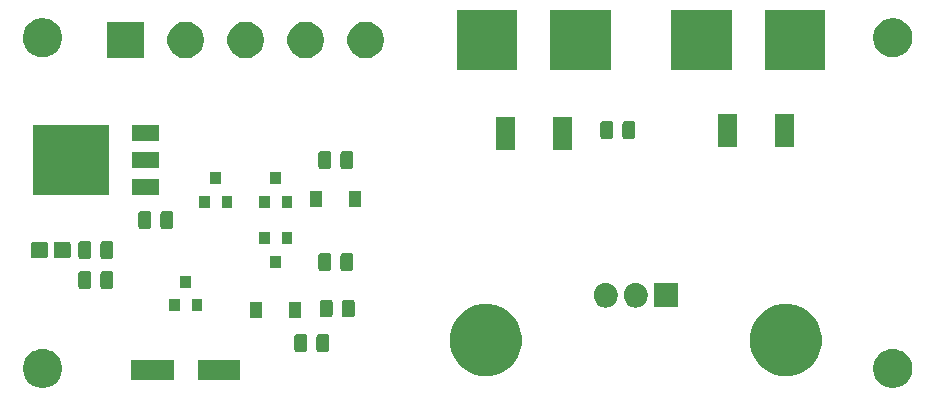
<source format=gbr>
G04 #@! TF.GenerationSoftware,KiCad,Pcbnew,(5.1.2)-2*
G04 #@! TF.CreationDate,2019-08-17T13:58:46+01:00*
G04 #@! TF.ProjectId,Sequencer,53657175-656e-4636-9572-2e6b69636164,rev?*
G04 #@! TF.SameCoordinates,Original*
G04 #@! TF.FileFunction,Soldermask,Top*
G04 #@! TF.FilePolarity,Negative*
%FSLAX46Y46*%
G04 Gerber Fmt 4.6, Leading zero omitted, Abs format (unit mm)*
G04 Created by KiCad (PCBNEW (5.1.2)-2) date 2019-08-17 13:58:46*
%MOMM*%
%LPD*%
G04 APERTURE LIST*
%ADD10C,0.100000*%
G04 APERTURE END LIST*
D10*
G36*
X164360073Y-102388278D02*
G01*
X164481579Y-102412447D01*
X164657551Y-102485337D01*
X164756056Y-102526139D01*
X164782042Y-102536903D01*
X165052451Y-102717585D01*
X165282415Y-102947549D01*
X165463097Y-103217958D01*
X165587553Y-103518421D01*
X165651000Y-103837391D01*
X165651000Y-104162609D01*
X165587553Y-104481579D01*
X165463097Y-104782042D01*
X165282415Y-105052451D01*
X165052451Y-105282415D01*
X164782042Y-105463097D01*
X164481579Y-105587553D01*
X164375256Y-105608702D01*
X164162611Y-105651000D01*
X163837389Y-105651000D01*
X163624744Y-105608702D01*
X163518421Y-105587553D01*
X163217958Y-105463097D01*
X162947549Y-105282415D01*
X162717585Y-105052451D01*
X162536903Y-104782042D01*
X162412447Y-104481579D01*
X162349000Y-104162609D01*
X162349000Y-103837391D01*
X162412447Y-103518421D01*
X162536903Y-103217958D01*
X162717585Y-102947549D01*
X162947549Y-102717585D01*
X163217958Y-102536903D01*
X163243945Y-102526139D01*
X163342449Y-102485337D01*
X163518421Y-102412447D01*
X163639927Y-102388278D01*
X163837389Y-102349000D01*
X164162611Y-102349000D01*
X164360073Y-102388278D01*
X164360073Y-102388278D01*
G37*
G36*
X92360073Y-102388278D02*
G01*
X92481579Y-102412447D01*
X92657551Y-102485337D01*
X92756056Y-102526139D01*
X92782042Y-102536903D01*
X93052451Y-102717585D01*
X93282415Y-102947549D01*
X93463097Y-103217958D01*
X93587553Y-103518421D01*
X93651000Y-103837391D01*
X93651000Y-104162609D01*
X93587553Y-104481579D01*
X93463097Y-104782042D01*
X93282415Y-105052451D01*
X93052451Y-105282415D01*
X92782042Y-105463097D01*
X92481579Y-105587553D01*
X92375256Y-105608702D01*
X92162611Y-105651000D01*
X91837389Y-105651000D01*
X91624744Y-105608702D01*
X91518421Y-105587553D01*
X91217958Y-105463097D01*
X90947549Y-105282415D01*
X90717585Y-105052451D01*
X90536903Y-104782042D01*
X90412447Y-104481579D01*
X90349000Y-104162609D01*
X90349000Y-103837391D01*
X90412447Y-103518421D01*
X90536903Y-103217958D01*
X90717585Y-102947549D01*
X90947549Y-102717585D01*
X91217958Y-102536903D01*
X91243945Y-102526139D01*
X91342449Y-102485337D01*
X91518421Y-102412447D01*
X91639927Y-102388278D01*
X91837389Y-102349000D01*
X92162611Y-102349000D01*
X92360073Y-102388278D01*
X92360073Y-102388278D01*
G37*
G36*
X103141000Y-104991000D02*
G01*
X99539000Y-104991000D01*
X99539000Y-103289000D01*
X103141000Y-103289000D01*
X103141000Y-104991000D01*
X103141000Y-104991000D01*
G37*
G36*
X108741000Y-104991000D02*
G01*
X105139000Y-104991000D01*
X105139000Y-103289000D01*
X108741000Y-103289000D01*
X108741000Y-104991000D01*
X108741000Y-104991000D01*
G37*
G36*
X155829943Y-98666248D02*
G01*
X156385189Y-98896238D01*
X156385190Y-98896239D01*
X156884899Y-99230134D01*
X157309866Y-99655101D01*
X157477948Y-99906653D01*
X157643762Y-100154811D01*
X157873752Y-100710057D01*
X157991000Y-101299501D01*
X157991000Y-101900499D01*
X157873752Y-102489943D01*
X157643762Y-103045189D01*
X157643761Y-103045190D01*
X157309866Y-103544899D01*
X156884899Y-103969866D01*
X156633347Y-104137948D01*
X156385189Y-104303762D01*
X155829943Y-104533752D01*
X155240499Y-104651000D01*
X154639501Y-104651000D01*
X154050057Y-104533752D01*
X153494811Y-104303762D01*
X153246653Y-104137948D01*
X152995101Y-103969866D01*
X152570134Y-103544899D01*
X152236239Y-103045190D01*
X152236238Y-103045189D01*
X152006248Y-102489943D01*
X151889000Y-101900499D01*
X151889000Y-101299501D01*
X152006248Y-100710057D01*
X152236238Y-100154811D01*
X152402052Y-99906653D01*
X152570134Y-99655101D01*
X152995101Y-99230134D01*
X153494810Y-98896239D01*
X153494811Y-98896238D01*
X154050057Y-98666248D01*
X154639501Y-98549000D01*
X155240499Y-98549000D01*
X155829943Y-98666248D01*
X155829943Y-98666248D01*
G37*
G36*
X130429943Y-98666248D02*
G01*
X130985189Y-98896238D01*
X130985190Y-98896239D01*
X131484899Y-99230134D01*
X131909866Y-99655101D01*
X132077948Y-99906653D01*
X132243762Y-100154811D01*
X132473752Y-100710057D01*
X132591000Y-101299501D01*
X132591000Y-101900499D01*
X132473752Y-102489943D01*
X132243762Y-103045189D01*
X132243761Y-103045190D01*
X131909866Y-103544899D01*
X131484899Y-103969866D01*
X131233347Y-104137948D01*
X130985189Y-104303762D01*
X130429943Y-104533752D01*
X129840499Y-104651000D01*
X129239501Y-104651000D01*
X128650057Y-104533752D01*
X128094811Y-104303762D01*
X127846653Y-104137948D01*
X127595101Y-103969866D01*
X127170134Y-103544899D01*
X126836239Y-103045190D01*
X126836238Y-103045189D01*
X126606248Y-102489943D01*
X126489000Y-101900499D01*
X126489000Y-101299501D01*
X126606248Y-100710057D01*
X126836238Y-100154811D01*
X127002052Y-99906653D01*
X127170134Y-99655101D01*
X127595101Y-99230134D01*
X128094810Y-98896239D01*
X128094811Y-98896238D01*
X128650057Y-98666248D01*
X129239501Y-98549000D01*
X129840499Y-98549000D01*
X130429943Y-98666248D01*
X130429943Y-98666248D01*
G37*
G36*
X116117468Y-101107565D02*
G01*
X116156138Y-101119296D01*
X116191777Y-101138346D01*
X116223017Y-101163983D01*
X116248654Y-101195223D01*
X116267704Y-101230862D01*
X116279435Y-101269532D01*
X116284000Y-101315888D01*
X116284000Y-102392112D01*
X116279435Y-102438468D01*
X116267704Y-102477138D01*
X116248654Y-102512777D01*
X116223017Y-102544017D01*
X116191777Y-102569654D01*
X116156138Y-102588704D01*
X116117468Y-102600435D01*
X116071112Y-102605000D01*
X115419888Y-102605000D01*
X115373532Y-102600435D01*
X115334862Y-102588704D01*
X115299223Y-102569654D01*
X115267983Y-102544017D01*
X115242346Y-102512777D01*
X115223296Y-102477138D01*
X115211565Y-102438468D01*
X115207000Y-102392112D01*
X115207000Y-101315888D01*
X115211565Y-101269532D01*
X115223296Y-101230862D01*
X115242346Y-101195223D01*
X115267983Y-101163983D01*
X115299223Y-101138346D01*
X115334862Y-101119296D01*
X115373532Y-101107565D01*
X115419888Y-101103000D01*
X116071112Y-101103000D01*
X116117468Y-101107565D01*
X116117468Y-101107565D01*
G37*
G36*
X114242468Y-101107565D02*
G01*
X114281138Y-101119296D01*
X114316777Y-101138346D01*
X114348017Y-101163983D01*
X114373654Y-101195223D01*
X114392704Y-101230862D01*
X114404435Y-101269532D01*
X114409000Y-101315888D01*
X114409000Y-102392112D01*
X114404435Y-102438468D01*
X114392704Y-102477138D01*
X114373654Y-102512777D01*
X114348017Y-102544017D01*
X114316777Y-102569654D01*
X114281138Y-102588704D01*
X114242468Y-102600435D01*
X114196112Y-102605000D01*
X113544888Y-102605000D01*
X113498532Y-102600435D01*
X113459862Y-102588704D01*
X113424223Y-102569654D01*
X113392983Y-102544017D01*
X113367346Y-102512777D01*
X113348296Y-102477138D01*
X113336565Y-102438468D01*
X113332000Y-102392112D01*
X113332000Y-101315888D01*
X113336565Y-101269532D01*
X113348296Y-101230862D01*
X113367346Y-101195223D01*
X113392983Y-101163983D01*
X113424223Y-101138346D01*
X113459862Y-101119296D01*
X113498532Y-101107565D01*
X113544888Y-101103000D01*
X114196112Y-101103000D01*
X114242468Y-101107565D01*
X114242468Y-101107565D01*
G37*
G36*
X113911000Y-99711000D02*
G01*
X112909000Y-99711000D01*
X112909000Y-98409000D01*
X113911000Y-98409000D01*
X113911000Y-99711000D01*
X113911000Y-99711000D01*
G37*
G36*
X110611000Y-99711000D02*
G01*
X109609000Y-99711000D01*
X109609000Y-98409000D01*
X110611000Y-98409000D01*
X110611000Y-99711000D01*
X110611000Y-99711000D01*
G37*
G36*
X116401468Y-98186565D02*
G01*
X116440138Y-98198296D01*
X116475777Y-98217346D01*
X116507017Y-98242983D01*
X116532654Y-98274223D01*
X116551704Y-98309862D01*
X116563435Y-98348532D01*
X116568000Y-98394888D01*
X116568000Y-99471112D01*
X116563435Y-99517468D01*
X116551704Y-99556138D01*
X116532654Y-99591777D01*
X116507017Y-99623017D01*
X116475777Y-99648654D01*
X116440138Y-99667704D01*
X116401468Y-99679435D01*
X116355112Y-99684000D01*
X115703888Y-99684000D01*
X115657532Y-99679435D01*
X115618862Y-99667704D01*
X115583223Y-99648654D01*
X115551983Y-99623017D01*
X115526346Y-99591777D01*
X115507296Y-99556138D01*
X115495565Y-99517468D01*
X115491000Y-99471112D01*
X115491000Y-98394888D01*
X115495565Y-98348532D01*
X115507296Y-98309862D01*
X115526346Y-98274223D01*
X115551983Y-98242983D01*
X115583223Y-98217346D01*
X115618862Y-98198296D01*
X115657532Y-98186565D01*
X115703888Y-98182000D01*
X116355112Y-98182000D01*
X116401468Y-98186565D01*
X116401468Y-98186565D01*
G37*
G36*
X118276468Y-98186565D02*
G01*
X118315138Y-98198296D01*
X118350777Y-98217346D01*
X118382017Y-98242983D01*
X118407654Y-98274223D01*
X118426704Y-98309862D01*
X118438435Y-98348532D01*
X118443000Y-98394888D01*
X118443000Y-99471112D01*
X118438435Y-99517468D01*
X118426704Y-99556138D01*
X118407654Y-99591777D01*
X118382017Y-99623017D01*
X118350777Y-99648654D01*
X118315138Y-99667704D01*
X118276468Y-99679435D01*
X118230112Y-99684000D01*
X117578888Y-99684000D01*
X117532532Y-99679435D01*
X117493862Y-99667704D01*
X117458223Y-99648654D01*
X117426983Y-99623017D01*
X117401346Y-99591777D01*
X117382296Y-99556138D01*
X117370565Y-99517468D01*
X117366000Y-99471112D01*
X117366000Y-98394888D01*
X117370565Y-98348532D01*
X117382296Y-98309862D01*
X117401346Y-98274223D01*
X117426983Y-98242983D01*
X117458223Y-98217346D01*
X117493862Y-98198296D01*
X117532532Y-98186565D01*
X117578888Y-98182000D01*
X118230112Y-98182000D01*
X118276468Y-98186565D01*
X118276468Y-98186565D01*
G37*
G36*
X105541000Y-99164000D02*
G01*
X104639000Y-99164000D01*
X104639000Y-98162000D01*
X105541000Y-98162000D01*
X105541000Y-99164000D01*
X105541000Y-99164000D01*
G37*
G36*
X103641000Y-99164000D02*
G01*
X102739000Y-99164000D01*
X102739000Y-98162000D01*
X103641000Y-98162000D01*
X103641000Y-99164000D01*
X103641000Y-99164000D01*
G37*
G36*
X139896720Y-96753520D02*
G01*
X140085881Y-96810901D01*
X140260212Y-96904083D01*
X140413015Y-97029485D01*
X140538417Y-97182288D01*
X140574880Y-97250505D01*
X140631598Y-97356617D01*
X140631599Y-97356620D01*
X140688980Y-97545781D01*
X140703500Y-97693207D01*
X140703500Y-97886794D01*
X140688980Y-98034220D01*
X140631599Y-98223381D01*
X140538417Y-98397712D01*
X140413015Y-98550515D01*
X140260212Y-98675917D01*
X140178333Y-98719682D01*
X140085883Y-98769098D01*
X140085880Y-98769099D01*
X139896719Y-98826480D01*
X139700000Y-98845855D01*
X139503280Y-98826480D01*
X139314119Y-98769099D01*
X139139788Y-98675917D01*
X138986985Y-98550515D01*
X138861583Y-98397712D01*
X138770537Y-98227377D01*
X138768402Y-98223383D01*
X138757418Y-98187174D01*
X138711020Y-98034219D01*
X138696500Y-97886793D01*
X138696500Y-97693206D01*
X138711020Y-97545780D01*
X138768401Y-97356619D01*
X138861583Y-97182288D01*
X138986985Y-97029485D01*
X139139788Y-96904083D01*
X139314120Y-96810901D01*
X139503281Y-96753520D01*
X139700000Y-96734145D01*
X139896720Y-96753520D01*
X139896720Y-96753520D01*
G37*
G36*
X142436720Y-96753520D02*
G01*
X142625881Y-96810901D01*
X142800212Y-96904083D01*
X142953015Y-97029485D01*
X143078417Y-97182288D01*
X143114880Y-97250505D01*
X143171598Y-97356617D01*
X143171599Y-97356620D01*
X143228980Y-97545781D01*
X143243500Y-97693207D01*
X143243500Y-97886794D01*
X143228980Y-98034220D01*
X143171599Y-98223381D01*
X143078417Y-98397712D01*
X142953015Y-98550515D01*
X142800212Y-98675917D01*
X142718333Y-98719682D01*
X142625883Y-98769098D01*
X142625880Y-98769099D01*
X142436719Y-98826480D01*
X142240000Y-98845855D01*
X142043280Y-98826480D01*
X141854119Y-98769099D01*
X141679788Y-98675917D01*
X141526985Y-98550515D01*
X141401583Y-98397712D01*
X141310537Y-98227377D01*
X141308402Y-98223383D01*
X141297418Y-98187174D01*
X141251020Y-98034219D01*
X141236500Y-97886793D01*
X141236500Y-97693206D01*
X141251020Y-97545780D01*
X141308401Y-97356619D01*
X141401583Y-97182288D01*
X141526985Y-97029485D01*
X141679788Y-96904083D01*
X141854120Y-96810901D01*
X142043281Y-96753520D01*
X142240000Y-96734145D01*
X142436720Y-96753520D01*
X142436720Y-96753520D01*
G37*
G36*
X145783500Y-98841000D02*
G01*
X143776500Y-98841000D01*
X143776500Y-96739000D01*
X145783500Y-96739000D01*
X145783500Y-98841000D01*
X145783500Y-98841000D01*
G37*
G36*
X95954468Y-95773565D02*
G01*
X95993138Y-95785296D01*
X96028777Y-95804346D01*
X96060017Y-95829983D01*
X96085654Y-95861223D01*
X96104704Y-95896862D01*
X96116435Y-95935532D01*
X96121000Y-95981888D01*
X96121000Y-97058112D01*
X96116435Y-97104468D01*
X96104704Y-97143138D01*
X96085654Y-97178777D01*
X96060017Y-97210017D01*
X96028777Y-97235654D01*
X95993138Y-97254704D01*
X95954468Y-97266435D01*
X95908112Y-97271000D01*
X95256888Y-97271000D01*
X95210532Y-97266435D01*
X95171862Y-97254704D01*
X95136223Y-97235654D01*
X95104983Y-97210017D01*
X95079346Y-97178777D01*
X95060296Y-97143138D01*
X95048565Y-97104468D01*
X95044000Y-97058112D01*
X95044000Y-95981888D01*
X95048565Y-95935532D01*
X95060296Y-95896862D01*
X95079346Y-95861223D01*
X95104983Y-95829983D01*
X95136223Y-95804346D01*
X95171862Y-95785296D01*
X95210532Y-95773565D01*
X95256888Y-95769000D01*
X95908112Y-95769000D01*
X95954468Y-95773565D01*
X95954468Y-95773565D01*
G37*
G36*
X97829468Y-95773565D02*
G01*
X97868138Y-95785296D01*
X97903777Y-95804346D01*
X97935017Y-95829983D01*
X97960654Y-95861223D01*
X97979704Y-95896862D01*
X97991435Y-95935532D01*
X97996000Y-95981888D01*
X97996000Y-97058112D01*
X97991435Y-97104468D01*
X97979704Y-97143138D01*
X97960654Y-97178777D01*
X97935017Y-97210017D01*
X97903777Y-97235654D01*
X97868138Y-97254704D01*
X97829468Y-97266435D01*
X97783112Y-97271000D01*
X97131888Y-97271000D01*
X97085532Y-97266435D01*
X97046862Y-97254704D01*
X97011223Y-97235654D01*
X96979983Y-97210017D01*
X96954346Y-97178777D01*
X96935296Y-97143138D01*
X96923565Y-97104468D01*
X96919000Y-97058112D01*
X96919000Y-95981888D01*
X96923565Y-95935532D01*
X96935296Y-95896862D01*
X96954346Y-95861223D01*
X96979983Y-95829983D01*
X97011223Y-95804346D01*
X97046862Y-95785296D01*
X97085532Y-95773565D01*
X97131888Y-95769000D01*
X97783112Y-95769000D01*
X97829468Y-95773565D01*
X97829468Y-95773565D01*
G37*
G36*
X104591000Y-97164000D02*
G01*
X103689000Y-97164000D01*
X103689000Y-96162000D01*
X104591000Y-96162000D01*
X104591000Y-97164000D01*
X104591000Y-97164000D01*
G37*
G36*
X118149468Y-94249565D02*
G01*
X118188138Y-94261296D01*
X118223777Y-94280346D01*
X118255017Y-94305983D01*
X118280654Y-94337223D01*
X118299704Y-94372862D01*
X118311435Y-94411532D01*
X118316000Y-94457888D01*
X118316000Y-95534112D01*
X118311435Y-95580468D01*
X118299704Y-95619138D01*
X118280654Y-95654777D01*
X118255017Y-95686017D01*
X118223777Y-95711654D01*
X118188138Y-95730704D01*
X118149468Y-95742435D01*
X118103112Y-95747000D01*
X117451888Y-95747000D01*
X117405532Y-95742435D01*
X117366862Y-95730704D01*
X117331223Y-95711654D01*
X117299983Y-95686017D01*
X117274346Y-95654777D01*
X117255296Y-95619138D01*
X117243565Y-95580468D01*
X117239000Y-95534112D01*
X117239000Y-94457888D01*
X117243565Y-94411532D01*
X117255296Y-94372862D01*
X117274346Y-94337223D01*
X117299983Y-94305983D01*
X117331223Y-94280346D01*
X117366862Y-94261296D01*
X117405532Y-94249565D01*
X117451888Y-94245000D01*
X118103112Y-94245000D01*
X118149468Y-94249565D01*
X118149468Y-94249565D01*
G37*
G36*
X116274468Y-94249565D02*
G01*
X116313138Y-94261296D01*
X116348777Y-94280346D01*
X116380017Y-94305983D01*
X116405654Y-94337223D01*
X116424704Y-94372862D01*
X116436435Y-94411532D01*
X116441000Y-94457888D01*
X116441000Y-95534112D01*
X116436435Y-95580468D01*
X116424704Y-95619138D01*
X116405654Y-95654777D01*
X116380017Y-95686017D01*
X116348777Y-95711654D01*
X116313138Y-95730704D01*
X116274468Y-95742435D01*
X116228112Y-95747000D01*
X115576888Y-95747000D01*
X115530532Y-95742435D01*
X115491862Y-95730704D01*
X115456223Y-95711654D01*
X115424983Y-95686017D01*
X115399346Y-95654777D01*
X115380296Y-95619138D01*
X115368565Y-95580468D01*
X115364000Y-95534112D01*
X115364000Y-94457888D01*
X115368565Y-94411532D01*
X115380296Y-94372862D01*
X115399346Y-94337223D01*
X115424983Y-94305983D01*
X115456223Y-94280346D01*
X115491862Y-94261296D01*
X115530532Y-94249565D01*
X115576888Y-94245000D01*
X116228112Y-94245000D01*
X116274468Y-94249565D01*
X116274468Y-94249565D01*
G37*
G36*
X112211000Y-95481000D02*
G01*
X111309000Y-95481000D01*
X111309000Y-94479000D01*
X112211000Y-94479000D01*
X112211000Y-95481000D01*
X112211000Y-95481000D01*
G37*
G36*
X97829468Y-93233565D02*
G01*
X97868138Y-93245296D01*
X97903777Y-93264346D01*
X97935017Y-93289983D01*
X97960654Y-93321223D01*
X97979704Y-93356862D01*
X97991435Y-93395532D01*
X97996000Y-93441888D01*
X97996000Y-94518112D01*
X97991435Y-94564468D01*
X97979704Y-94603138D01*
X97960654Y-94638777D01*
X97935017Y-94670017D01*
X97903777Y-94695654D01*
X97868138Y-94714704D01*
X97829468Y-94726435D01*
X97783112Y-94731000D01*
X97131888Y-94731000D01*
X97085532Y-94726435D01*
X97046862Y-94714704D01*
X97011223Y-94695654D01*
X96979983Y-94670017D01*
X96954346Y-94638777D01*
X96935296Y-94603138D01*
X96923565Y-94564468D01*
X96919000Y-94518112D01*
X96919000Y-93441888D01*
X96923565Y-93395532D01*
X96935296Y-93356862D01*
X96954346Y-93321223D01*
X96979983Y-93289983D01*
X97011223Y-93264346D01*
X97046862Y-93245296D01*
X97085532Y-93233565D01*
X97131888Y-93229000D01*
X97783112Y-93229000D01*
X97829468Y-93233565D01*
X97829468Y-93233565D01*
G37*
G36*
X95954468Y-93233565D02*
G01*
X95993138Y-93245296D01*
X96028777Y-93264346D01*
X96060017Y-93289983D01*
X96085654Y-93321223D01*
X96104704Y-93356862D01*
X96116435Y-93395532D01*
X96121000Y-93441888D01*
X96121000Y-94518112D01*
X96116435Y-94564468D01*
X96104704Y-94603138D01*
X96085654Y-94638777D01*
X96060017Y-94670017D01*
X96028777Y-94695654D01*
X95993138Y-94714704D01*
X95954468Y-94726435D01*
X95908112Y-94731000D01*
X95256888Y-94731000D01*
X95210532Y-94726435D01*
X95171862Y-94714704D01*
X95136223Y-94695654D01*
X95104983Y-94670017D01*
X95079346Y-94638777D01*
X95060296Y-94603138D01*
X95048565Y-94564468D01*
X95044000Y-94518112D01*
X95044000Y-93441888D01*
X95048565Y-93395532D01*
X95060296Y-93356862D01*
X95079346Y-93321223D01*
X95104983Y-93289983D01*
X95136223Y-93264346D01*
X95171862Y-93245296D01*
X95210532Y-93233565D01*
X95256888Y-93229000D01*
X95908112Y-93229000D01*
X95954468Y-93233565D01*
X95954468Y-93233565D01*
G37*
G36*
X94230781Y-93283295D02*
G01*
X94266816Y-93294227D01*
X94300024Y-93311977D01*
X94329134Y-93335866D01*
X94353023Y-93364976D01*
X94370773Y-93398184D01*
X94381705Y-93434219D01*
X94386000Y-93477831D01*
X94386000Y-94482169D01*
X94381705Y-94525781D01*
X94370773Y-94561816D01*
X94353023Y-94595024D01*
X94329134Y-94624134D01*
X94300024Y-94648023D01*
X94266816Y-94665773D01*
X94230781Y-94676705D01*
X94187169Y-94681000D01*
X93157831Y-94681000D01*
X93114219Y-94676705D01*
X93078184Y-94665773D01*
X93044976Y-94648023D01*
X93015866Y-94624134D01*
X92991977Y-94595024D01*
X92974227Y-94561816D01*
X92963295Y-94525781D01*
X92959000Y-94482169D01*
X92959000Y-93477831D01*
X92963295Y-93434219D01*
X92974227Y-93398184D01*
X92991977Y-93364976D01*
X93015866Y-93335866D01*
X93044976Y-93311977D01*
X93078184Y-93294227D01*
X93114219Y-93283295D01*
X93157831Y-93279000D01*
X94187169Y-93279000D01*
X94230781Y-93283295D01*
X94230781Y-93283295D01*
G37*
G36*
X92305781Y-93283295D02*
G01*
X92341816Y-93294227D01*
X92375024Y-93311977D01*
X92404134Y-93335866D01*
X92428023Y-93364976D01*
X92445773Y-93398184D01*
X92456705Y-93434219D01*
X92461000Y-93477831D01*
X92461000Y-94482169D01*
X92456705Y-94525781D01*
X92445773Y-94561816D01*
X92428023Y-94595024D01*
X92404134Y-94624134D01*
X92375024Y-94648023D01*
X92341816Y-94665773D01*
X92305781Y-94676705D01*
X92262169Y-94681000D01*
X91232831Y-94681000D01*
X91189219Y-94676705D01*
X91153184Y-94665773D01*
X91119976Y-94648023D01*
X91090866Y-94624134D01*
X91066977Y-94595024D01*
X91049227Y-94561816D01*
X91038295Y-94525781D01*
X91034000Y-94482169D01*
X91034000Y-93477831D01*
X91038295Y-93434219D01*
X91049227Y-93398184D01*
X91066977Y-93364976D01*
X91090866Y-93335866D01*
X91119976Y-93311977D01*
X91153184Y-93294227D01*
X91189219Y-93283295D01*
X91232831Y-93279000D01*
X92262169Y-93279000D01*
X92305781Y-93283295D01*
X92305781Y-93283295D01*
G37*
G36*
X113161000Y-93481000D02*
G01*
X112259000Y-93481000D01*
X112259000Y-92479000D01*
X113161000Y-92479000D01*
X113161000Y-93481000D01*
X113161000Y-93481000D01*
G37*
G36*
X111261000Y-93481000D02*
G01*
X110359000Y-93481000D01*
X110359000Y-92479000D01*
X111261000Y-92479000D01*
X111261000Y-93481000D01*
X111261000Y-93481000D01*
G37*
G36*
X102909468Y-90693565D02*
G01*
X102948138Y-90705296D01*
X102983777Y-90724346D01*
X103015017Y-90749983D01*
X103040654Y-90781223D01*
X103059704Y-90816862D01*
X103071435Y-90855532D01*
X103076000Y-90901888D01*
X103076000Y-91978112D01*
X103071435Y-92024468D01*
X103059704Y-92063138D01*
X103040654Y-92098777D01*
X103015017Y-92130017D01*
X102983777Y-92155654D01*
X102948138Y-92174704D01*
X102909468Y-92186435D01*
X102863112Y-92191000D01*
X102211888Y-92191000D01*
X102165532Y-92186435D01*
X102126862Y-92174704D01*
X102091223Y-92155654D01*
X102059983Y-92130017D01*
X102034346Y-92098777D01*
X102015296Y-92063138D01*
X102003565Y-92024468D01*
X101999000Y-91978112D01*
X101999000Y-90901888D01*
X102003565Y-90855532D01*
X102015296Y-90816862D01*
X102034346Y-90781223D01*
X102059983Y-90749983D01*
X102091223Y-90724346D01*
X102126862Y-90705296D01*
X102165532Y-90693565D01*
X102211888Y-90689000D01*
X102863112Y-90689000D01*
X102909468Y-90693565D01*
X102909468Y-90693565D01*
G37*
G36*
X101034468Y-90693565D02*
G01*
X101073138Y-90705296D01*
X101108777Y-90724346D01*
X101140017Y-90749983D01*
X101165654Y-90781223D01*
X101184704Y-90816862D01*
X101196435Y-90855532D01*
X101201000Y-90901888D01*
X101201000Y-91978112D01*
X101196435Y-92024468D01*
X101184704Y-92063138D01*
X101165654Y-92098777D01*
X101140017Y-92130017D01*
X101108777Y-92155654D01*
X101073138Y-92174704D01*
X101034468Y-92186435D01*
X100988112Y-92191000D01*
X100336888Y-92191000D01*
X100290532Y-92186435D01*
X100251862Y-92174704D01*
X100216223Y-92155654D01*
X100184983Y-92130017D01*
X100159346Y-92098777D01*
X100140296Y-92063138D01*
X100128565Y-92024468D01*
X100124000Y-91978112D01*
X100124000Y-90901888D01*
X100128565Y-90855532D01*
X100140296Y-90816862D01*
X100159346Y-90781223D01*
X100184983Y-90749983D01*
X100216223Y-90724346D01*
X100251862Y-90705296D01*
X100290532Y-90693565D01*
X100336888Y-90689000D01*
X100988112Y-90689000D01*
X101034468Y-90693565D01*
X101034468Y-90693565D01*
G37*
G36*
X111261000Y-90401000D02*
G01*
X110359000Y-90401000D01*
X110359000Y-89399000D01*
X111261000Y-89399000D01*
X111261000Y-90401000D01*
X111261000Y-90401000D01*
G37*
G36*
X106181000Y-90401000D02*
G01*
X105279000Y-90401000D01*
X105279000Y-89399000D01*
X106181000Y-89399000D01*
X106181000Y-90401000D01*
X106181000Y-90401000D01*
G37*
G36*
X113161000Y-90401000D02*
G01*
X112259000Y-90401000D01*
X112259000Y-89399000D01*
X113161000Y-89399000D01*
X113161000Y-90401000D01*
X113161000Y-90401000D01*
G37*
G36*
X108081000Y-90401000D02*
G01*
X107179000Y-90401000D01*
X107179000Y-89399000D01*
X108081000Y-89399000D01*
X108081000Y-90401000D01*
X108081000Y-90401000D01*
G37*
G36*
X115691000Y-90313000D02*
G01*
X114689000Y-90313000D01*
X114689000Y-89011000D01*
X115691000Y-89011000D01*
X115691000Y-90313000D01*
X115691000Y-90313000D01*
G37*
G36*
X118991000Y-90313000D02*
G01*
X117989000Y-90313000D01*
X117989000Y-89011000D01*
X118991000Y-89011000D01*
X118991000Y-90313000D01*
X118991000Y-90313000D01*
G37*
G36*
X97671000Y-89311000D02*
G01*
X91169000Y-89311000D01*
X91169000Y-83409000D01*
X97671000Y-83409000D01*
X97671000Y-89311000D01*
X97671000Y-89311000D01*
G37*
G36*
X101871000Y-89291000D02*
G01*
X99569000Y-89291000D01*
X99569000Y-87989000D01*
X101871000Y-87989000D01*
X101871000Y-89291000D01*
X101871000Y-89291000D01*
G37*
G36*
X112211000Y-88401000D02*
G01*
X111309000Y-88401000D01*
X111309000Y-87399000D01*
X112211000Y-87399000D01*
X112211000Y-88401000D01*
X112211000Y-88401000D01*
G37*
G36*
X107131000Y-88401000D02*
G01*
X106229000Y-88401000D01*
X106229000Y-87399000D01*
X107131000Y-87399000D01*
X107131000Y-88401000D01*
X107131000Y-88401000D01*
G37*
G36*
X118149468Y-85613565D02*
G01*
X118188138Y-85625296D01*
X118223777Y-85644346D01*
X118255017Y-85669983D01*
X118280654Y-85701223D01*
X118299704Y-85736862D01*
X118311435Y-85775532D01*
X118316000Y-85821888D01*
X118316000Y-86898112D01*
X118311435Y-86944468D01*
X118299704Y-86983138D01*
X118280654Y-87018777D01*
X118255017Y-87050017D01*
X118223777Y-87075654D01*
X118188138Y-87094704D01*
X118149468Y-87106435D01*
X118103112Y-87111000D01*
X117451888Y-87111000D01*
X117405532Y-87106435D01*
X117366862Y-87094704D01*
X117331223Y-87075654D01*
X117299983Y-87050017D01*
X117274346Y-87018777D01*
X117255296Y-86983138D01*
X117243565Y-86944468D01*
X117239000Y-86898112D01*
X117239000Y-85821888D01*
X117243565Y-85775532D01*
X117255296Y-85736862D01*
X117274346Y-85701223D01*
X117299983Y-85669983D01*
X117331223Y-85644346D01*
X117366862Y-85625296D01*
X117405532Y-85613565D01*
X117451888Y-85609000D01*
X118103112Y-85609000D01*
X118149468Y-85613565D01*
X118149468Y-85613565D01*
G37*
G36*
X116274468Y-85613565D02*
G01*
X116313138Y-85625296D01*
X116348777Y-85644346D01*
X116380017Y-85669983D01*
X116405654Y-85701223D01*
X116424704Y-85736862D01*
X116436435Y-85775532D01*
X116441000Y-85821888D01*
X116441000Y-86898112D01*
X116436435Y-86944468D01*
X116424704Y-86983138D01*
X116405654Y-87018777D01*
X116380017Y-87050017D01*
X116348777Y-87075654D01*
X116313138Y-87094704D01*
X116274468Y-87106435D01*
X116228112Y-87111000D01*
X115576888Y-87111000D01*
X115530532Y-87106435D01*
X115491862Y-87094704D01*
X115456223Y-87075654D01*
X115424983Y-87050017D01*
X115399346Y-87018777D01*
X115380296Y-86983138D01*
X115368565Y-86944468D01*
X115364000Y-86898112D01*
X115364000Y-85821888D01*
X115368565Y-85775532D01*
X115380296Y-85736862D01*
X115399346Y-85701223D01*
X115424983Y-85669983D01*
X115456223Y-85644346D01*
X115491862Y-85625296D01*
X115530532Y-85613565D01*
X115576888Y-85609000D01*
X116228112Y-85609000D01*
X116274468Y-85613565D01*
X116274468Y-85613565D01*
G37*
G36*
X101871000Y-87011000D02*
G01*
X99569000Y-87011000D01*
X99569000Y-85709000D01*
X101871000Y-85709000D01*
X101871000Y-87011000D01*
X101871000Y-87011000D01*
G37*
G36*
X132005000Y-85475000D02*
G01*
X130403000Y-85475000D01*
X130403000Y-82673000D01*
X132005000Y-82673000D01*
X132005000Y-85475000D01*
X132005000Y-85475000D01*
G37*
G36*
X136805000Y-85475000D02*
G01*
X135203000Y-85475000D01*
X135203000Y-82673000D01*
X136805000Y-82673000D01*
X136805000Y-85475000D01*
X136805000Y-85475000D01*
G37*
G36*
X155601000Y-85221000D02*
G01*
X153999000Y-85221000D01*
X153999000Y-82419000D01*
X155601000Y-82419000D01*
X155601000Y-85221000D01*
X155601000Y-85221000D01*
G37*
G36*
X150801000Y-85221000D02*
G01*
X149199000Y-85221000D01*
X149199000Y-82419000D01*
X150801000Y-82419000D01*
X150801000Y-85221000D01*
X150801000Y-85221000D01*
G37*
G36*
X101871000Y-84731000D02*
G01*
X99569000Y-84731000D01*
X99569000Y-83429000D01*
X101871000Y-83429000D01*
X101871000Y-84731000D01*
X101871000Y-84731000D01*
G37*
G36*
X140150468Y-83073565D02*
G01*
X140189138Y-83085296D01*
X140224777Y-83104346D01*
X140256017Y-83129983D01*
X140281654Y-83161223D01*
X140300704Y-83196862D01*
X140312435Y-83235532D01*
X140317000Y-83281888D01*
X140317000Y-84358112D01*
X140312435Y-84404468D01*
X140300704Y-84443138D01*
X140281654Y-84478777D01*
X140256017Y-84510017D01*
X140224777Y-84535654D01*
X140189138Y-84554704D01*
X140150468Y-84566435D01*
X140104112Y-84571000D01*
X139452888Y-84571000D01*
X139406532Y-84566435D01*
X139367862Y-84554704D01*
X139332223Y-84535654D01*
X139300983Y-84510017D01*
X139275346Y-84478777D01*
X139256296Y-84443138D01*
X139244565Y-84404468D01*
X139240000Y-84358112D01*
X139240000Y-83281888D01*
X139244565Y-83235532D01*
X139256296Y-83196862D01*
X139275346Y-83161223D01*
X139300983Y-83129983D01*
X139332223Y-83104346D01*
X139367862Y-83085296D01*
X139406532Y-83073565D01*
X139452888Y-83069000D01*
X140104112Y-83069000D01*
X140150468Y-83073565D01*
X140150468Y-83073565D01*
G37*
G36*
X142025468Y-83073565D02*
G01*
X142064138Y-83085296D01*
X142099777Y-83104346D01*
X142131017Y-83129983D01*
X142156654Y-83161223D01*
X142175704Y-83196862D01*
X142187435Y-83235532D01*
X142192000Y-83281888D01*
X142192000Y-84358112D01*
X142187435Y-84404468D01*
X142175704Y-84443138D01*
X142156654Y-84478777D01*
X142131017Y-84510017D01*
X142099777Y-84535654D01*
X142064138Y-84554704D01*
X142025468Y-84566435D01*
X141979112Y-84571000D01*
X141327888Y-84571000D01*
X141281532Y-84566435D01*
X141242862Y-84554704D01*
X141207223Y-84535654D01*
X141175983Y-84510017D01*
X141150346Y-84478777D01*
X141131296Y-84443138D01*
X141119565Y-84404468D01*
X141115000Y-84358112D01*
X141115000Y-83281888D01*
X141119565Y-83235532D01*
X141131296Y-83196862D01*
X141150346Y-83161223D01*
X141175983Y-83129983D01*
X141207223Y-83104346D01*
X141242862Y-83085296D01*
X141281532Y-83073565D01*
X141327888Y-83069000D01*
X141979112Y-83069000D01*
X142025468Y-83073565D01*
X142025468Y-83073565D01*
G37*
G36*
X140105000Y-78751000D02*
G01*
X135003000Y-78751000D01*
X135003000Y-73649000D01*
X140105000Y-73649000D01*
X140105000Y-78751000D01*
X140105000Y-78751000D01*
G37*
G36*
X132205000Y-78751000D02*
G01*
X127103000Y-78751000D01*
X127103000Y-73649000D01*
X132205000Y-73649000D01*
X132205000Y-78751000D01*
X132205000Y-78751000D01*
G37*
G36*
X150366000Y-78751000D02*
G01*
X145264000Y-78751000D01*
X145264000Y-73649000D01*
X150366000Y-73649000D01*
X150366000Y-78751000D01*
X150366000Y-78751000D01*
G37*
G36*
X158266000Y-78751000D02*
G01*
X153164000Y-78751000D01*
X153164000Y-73649000D01*
X158266000Y-73649000D01*
X158266000Y-78751000D01*
X158266000Y-78751000D01*
G37*
G36*
X104442585Y-74678802D02*
G01*
X104592410Y-74708604D01*
X104874674Y-74825521D01*
X105128705Y-74995259D01*
X105344741Y-75211295D01*
X105514479Y-75465326D01*
X105631396Y-75747590D01*
X105691000Y-76047240D01*
X105691000Y-76352760D01*
X105631396Y-76652410D01*
X105514479Y-76934674D01*
X105344741Y-77188705D01*
X105128705Y-77404741D01*
X104874674Y-77574479D01*
X104592410Y-77691396D01*
X104442585Y-77721198D01*
X104292761Y-77751000D01*
X103987239Y-77751000D01*
X103837415Y-77721198D01*
X103687590Y-77691396D01*
X103405326Y-77574479D01*
X103151295Y-77404741D01*
X102935259Y-77188705D01*
X102765521Y-76934674D01*
X102648604Y-76652410D01*
X102589000Y-76352760D01*
X102589000Y-76047240D01*
X102648604Y-75747590D01*
X102765521Y-75465326D01*
X102935259Y-75211295D01*
X103151295Y-74995259D01*
X103405326Y-74825521D01*
X103687590Y-74708604D01*
X103837415Y-74678802D01*
X103987239Y-74649000D01*
X104292761Y-74649000D01*
X104442585Y-74678802D01*
X104442585Y-74678802D01*
G37*
G36*
X119682585Y-74678802D02*
G01*
X119832410Y-74708604D01*
X120114674Y-74825521D01*
X120368705Y-74995259D01*
X120584741Y-75211295D01*
X120754479Y-75465326D01*
X120871396Y-75747590D01*
X120931000Y-76047240D01*
X120931000Y-76352760D01*
X120871396Y-76652410D01*
X120754479Y-76934674D01*
X120584741Y-77188705D01*
X120368705Y-77404741D01*
X120114674Y-77574479D01*
X119832410Y-77691396D01*
X119682585Y-77721198D01*
X119532761Y-77751000D01*
X119227239Y-77751000D01*
X119077415Y-77721198D01*
X118927590Y-77691396D01*
X118645326Y-77574479D01*
X118391295Y-77404741D01*
X118175259Y-77188705D01*
X118005521Y-76934674D01*
X117888604Y-76652410D01*
X117829000Y-76352760D01*
X117829000Y-76047240D01*
X117888604Y-75747590D01*
X118005521Y-75465326D01*
X118175259Y-75211295D01*
X118391295Y-74995259D01*
X118645326Y-74825521D01*
X118927590Y-74708604D01*
X119077415Y-74678802D01*
X119227239Y-74649000D01*
X119532761Y-74649000D01*
X119682585Y-74678802D01*
X119682585Y-74678802D01*
G37*
G36*
X114602585Y-74678802D02*
G01*
X114752410Y-74708604D01*
X115034674Y-74825521D01*
X115288705Y-74995259D01*
X115504741Y-75211295D01*
X115674479Y-75465326D01*
X115791396Y-75747590D01*
X115851000Y-76047240D01*
X115851000Y-76352760D01*
X115791396Y-76652410D01*
X115674479Y-76934674D01*
X115504741Y-77188705D01*
X115288705Y-77404741D01*
X115034674Y-77574479D01*
X114752410Y-77691396D01*
X114602585Y-77721198D01*
X114452761Y-77751000D01*
X114147239Y-77751000D01*
X113997415Y-77721198D01*
X113847590Y-77691396D01*
X113565326Y-77574479D01*
X113311295Y-77404741D01*
X113095259Y-77188705D01*
X112925521Y-76934674D01*
X112808604Y-76652410D01*
X112749000Y-76352760D01*
X112749000Y-76047240D01*
X112808604Y-75747590D01*
X112925521Y-75465326D01*
X113095259Y-75211295D01*
X113311295Y-74995259D01*
X113565326Y-74825521D01*
X113847590Y-74708604D01*
X113997415Y-74678802D01*
X114147239Y-74649000D01*
X114452761Y-74649000D01*
X114602585Y-74678802D01*
X114602585Y-74678802D01*
G37*
G36*
X100611000Y-77751000D02*
G01*
X97509000Y-77751000D01*
X97509000Y-74649000D01*
X100611000Y-74649000D01*
X100611000Y-77751000D01*
X100611000Y-77751000D01*
G37*
G36*
X109522585Y-74678802D02*
G01*
X109672410Y-74708604D01*
X109954674Y-74825521D01*
X110208705Y-74995259D01*
X110424741Y-75211295D01*
X110594479Y-75465326D01*
X110711396Y-75747590D01*
X110771000Y-76047240D01*
X110771000Y-76352760D01*
X110711396Y-76652410D01*
X110594479Y-76934674D01*
X110424741Y-77188705D01*
X110208705Y-77404741D01*
X109954674Y-77574479D01*
X109672410Y-77691396D01*
X109522585Y-77721198D01*
X109372761Y-77751000D01*
X109067239Y-77751000D01*
X108917415Y-77721198D01*
X108767590Y-77691396D01*
X108485326Y-77574479D01*
X108231295Y-77404741D01*
X108015259Y-77188705D01*
X107845521Y-76934674D01*
X107728604Y-76652410D01*
X107669000Y-76352760D01*
X107669000Y-76047240D01*
X107728604Y-75747590D01*
X107845521Y-75465326D01*
X108015259Y-75211295D01*
X108231295Y-74995259D01*
X108485326Y-74825521D01*
X108767590Y-74708604D01*
X108917415Y-74678802D01*
X109067239Y-74649000D01*
X109372761Y-74649000D01*
X109522585Y-74678802D01*
X109522585Y-74678802D01*
G37*
G36*
X92375256Y-74391298D02*
G01*
X92481579Y-74412447D01*
X92782042Y-74536903D01*
X93052451Y-74717585D01*
X93282415Y-74947549D01*
X93463097Y-75217958D01*
X93463098Y-75217960D01*
X93587553Y-75518422D01*
X93651000Y-75837389D01*
X93651000Y-76162611D01*
X93608702Y-76375256D01*
X93587553Y-76481579D01*
X93463097Y-76782042D01*
X93282415Y-77052451D01*
X93052451Y-77282415D01*
X92782042Y-77463097D01*
X92481579Y-77587553D01*
X92375256Y-77608702D01*
X92162611Y-77651000D01*
X91837389Y-77651000D01*
X91624744Y-77608702D01*
X91518421Y-77587553D01*
X91217958Y-77463097D01*
X90947549Y-77282415D01*
X90717585Y-77052451D01*
X90536903Y-76782042D01*
X90412447Y-76481579D01*
X90391298Y-76375256D01*
X90349000Y-76162611D01*
X90349000Y-75837389D01*
X90412447Y-75518422D01*
X90536902Y-75217960D01*
X90536903Y-75217958D01*
X90717585Y-74947549D01*
X90947549Y-74717585D01*
X91217958Y-74536903D01*
X91518421Y-74412447D01*
X91624744Y-74391298D01*
X91837389Y-74349000D01*
X92162611Y-74349000D01*
X92375256Y-74391298D01*
X92375256Y-74391298D01*
G37*
G36*
X164375256Y-74391298D02*
G01*
X164481579Y-74412447D01*
X164782042Y-74536903D01*
X165052451Y-74717585D01*
X165282415Y-74947549D01*
X165463097Y-75217958D01*
X165463098Y-75217960D01*
X165587553Y-75518422D01*
X165651000Y-75837389D01*
X165651000Y-76162611D01*
X165608702Y-76375256D01*
X165587553Y-76481579D01*
X165463097Y-76782042D01*
X165282415Y-77052451D01*
X165052451Y-77282415D01*
X164782042Y-77463097D01*
X164481579Y-77587553D01*
X164375256Y-77608702D01*
X164162611Y-77651000D01*
X163837389Y-77651000D01*
X163624744Y-77608702D01*
X163518421Y-77587553D01*
X163217958Y-77463097D01*
X162947549Y-77282415D01*
X162717585Y-77052451D01*
X162536903Y-76782042D01*
X162412447Y-76481579D01*
X162391298Y-76375256D01*
X162349000Y-76162611D01*
X162349000Y-75837389D01*
X162412447Y-75518422D01*
X162536902Y-75217960D01*
X162536903Y-75217958D01*
X162717585Y-74947549D01*
X162947549Y-74717585D01*
X163217958Y-74536903D01*
X163518421Y-74412447D01*
X163624744Y-74391298D01*
X163837389Y-74349000D01*
X164162611Y-74349000D01*
X164375256Y-74391298D01*
X164375256Y-74391298D01*
G37*
M02*

</source>
